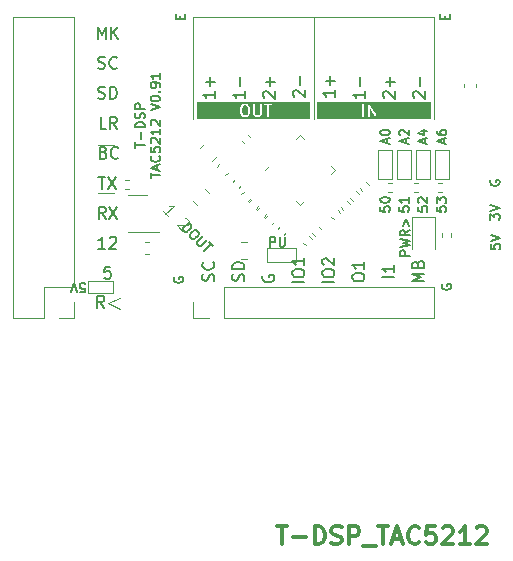
<source format=gto>
G04 #@! TF.GenerationSoftware,KiCad,Pcbnew,9.0.4*
G04 #@! TF.CreationDate,2025-08-20T21:16:51-04:00*
G04 #@! TF.ProjectId,jlcpcb_1x1,6a6c6370-6362-45f3-9178-312e6b696361,rev?*
G04 #@! TF.SameCoordinates,Original*
G04 #@! TF.FileFunction,Legend,Top*
G04 #@! TF.FilePolarity,Positive*
%FSLAX46Y46*%
G04 Gerber Fmt 4.6, Leading zero omitted, Abs format (unit mm)*
G04 Created by KiCad (PCBNEW 9.0.4) date 2025-08-20 21:16:51*
%MOMM*%
%LPD*%
G01*
G04 APERTURE LIST*
%ADD10C,0.300000*%
%ADD11C,0.200000*%
%ADD12C,0.150000*%
%ADD13C,0.100000*%
%ADD14C,0.120000*%
G04 APERTURE END LIST*
D10*
X37191206Y-65638328D02*
X38048349Y-65638328D01*
X37619777Y-67138328D02*
X37619777Y-65638328D01*
X38548348Y-66566900D02*
X39691206Y-66566900D01*
X40405491Y-67138328D02*
X40405491Y-65638328D01*
X40405491Y-65638328D02*
X40762634Y-65638328D01*
X40762634Y-65638328D02*
X40976920Y-65709757D01*
X40976920Y-65709757D02*
X41119777Y-65852614D01*
X41119777Y-65852614D02*
X41191206Y-65995471D01*
X41191206Y-65995471D02*
X41262634Y-66281185D01*
X41262634Y-66281185D02*
X41262634Y-66495471D01*
X41262634Y-66495471D02*
X41191206Y-66781185D01*
X41191206Y-66781185D02*
X41119777Y-66924042D01*
X41119777Y-66924042D02*
X40976920Y-67066900D01*
X40976920Y-67066900D02*
X40762634Y-67138328D01*
X40762634Y-67138328D02*
X40405491Y-67138328D01*
X41834063Y-67066900D02*
X42048349Y-67138328D01*
X42048349Y-67138328D02*
X42405491Y-67138328D01*
X42405491Y-67138328D02*
X42548349Y-67066900D01*
X42548349Y-67066900D02*
X42619777Y-66995471D01*
X42619777Y-66995471D02*
X42691206Y-66852614D01*
X42691206Y-66852614D02*
X42691206Y-66709757D01*
X42691206Y-66709757D02*
X42619777Y-66566900D01*
X42619777Y-66566900D02*
X42548349Y-66495471D01*
X42548349Y-66495471D02*
X42405491Y-66424042D01*
X42405491Y-66424042D02*
X42119777Y-66352614D01*
X42119777Y-66352614D02*
X41976920Y-66281185D01*
X41976920Y-66281185D02*
X41905491Y-66209757D01*
X41905491Y-66209757D02*
X41834063Y-66066900D01*
X41834063Y-66066900D02*
X41834063Y-65924042D01*
X41834063Y-65924042D02*
X41905491Y-65781185D01*
X41905491Y-65781185D02*
X41976920Y-65709757D01*
X41976920Y-65709757D02*
X42119777Y-65638328D01*
X42119777Y-65638328D02*
X42476920Y-65638328D01*
X42476920Y-65638328D02*
X42691206Y-65709757D01*
X43334062Y-67138328D02*
X43334062Y-65638328D01*
X43334062Y-65638328D02*
X43905491Y-65638328D01*
X43905491Y-65638328D02*
X44048348Y-65709757D01*
X44048348Y-65709757D02*
X44119777Y-65781185D01*
X44119777Y-65781185D02*
X44191205Y-65924042D01*
X44191205Y-65924042D02*
X44191205Y-66138328D01*
X44191205Y-66138328D02*
X44119777Y-66281185D01*
X44119777Y-66281185D02*
X44048348Y-66352614D01*
X44048348Y-66352614D02*
X43905491Y-66424042D01*
X43905491Y-66424042D02*
X43334062Y-66424042D01*
X44476920Y-67281185D02*
X45619777Y-67281185D01*
X45762634Y-65638328D02*
X46619777Y-65638328D01*
X46191205Y-67138328D02*
X46191205Y-65638328D01*
X47048348Y-66709757D02*
X47762634Y-66709757D01*
X46905491Y-67138328D02*
X47405491Y-65638328D01*
X47405491Y-65638328D02*
X47905491Y-67138328D01*
X49262633Y-66995471D02*
X49191205Y-67066900D01*
X49191205Y-67066900D02*
X48976919Y-67138328D01*
X48976919Y-67138328D02*
X48834062Y-67138328D01*
X48834062Y-67138328D02*
X48619776Y-67066900D01*
X48619776Y-67066900D02*
X48476919Y-66924042D01*
X48476919Y-66924042D02*
X48405490Y-66781185D01*
X48405490Y-66781185D02*
X48334062Y-66495471D01*
X48334062Y-66495471D02*
X48334062Y-66281185D01*
X48334062Y-66281185D02*
X48405490Y-65995471D01*
X48405490Y-65995471D02*
X48476919Y-65852614D01*
X48476919Y-65852614D02*
X48619776Y-65709757D01*
X48619776Y-65709757D02*
X48834062Y-65638328D01*
X48834062Y-65638328D02*
X48976919Y-65638328D01*
X48976919Y-65638328D02*
X49191205Y-65709757D01*
X49191205Y-65709757D02*
X49262633Y-65781185D01*
X50619776Y-65638328D02*
X49905490Y-65638328D01*
X49905490Y-65638328D02*
X49834062Y-66352614D01*
X49834062Y-66352614D02*
X49905490Y-66281185D01*
X49905490Y-66281185D02*
X50048348Y-66209757D01*
X50048348Y-66209757D02*
X50405490Y-66209757D01*
X50405490Y-66209757D02*
X50548348Y-66281185D01*
X50548348Y-66281185D02*
X50619776Y-66352614D01*
X50619776Y-66352614D02*
X50691205Y-66495471D01*
X50691205Y-66495471D02*
X50691205Y-66852614D01*
X50691205Y-66852614D02*
X50619776Y-66995471D01*
X50619776Y-66995471D02*
X50548348Y-67066900D01*
X50548348Y-67066900D02*
X50405490Y-67138328D01*
X50405490Y-67138328D02*
X50048348Y-67138328D01*
X50048348Y-67138328D02*
X49905490Y-67066900D01*
X49905490Y-67066900D02*
X49834062Y-66995471D01*
X51262633Y-65781185D02*
X51334061Y-65709757D01*
X51334061Y-65709757D02*
X51476919Y-65638328D01*
X51476919Y-65638328D02*
X51834061Y-65638328D01*
X51834061Y-65638328D02*
X51976919Y-65709757D01*
X51976919Y-65709757D02*
X52048347Y-65781185D01*
X52048347Y-65781185D02*
X52119776Y-65924042D01*
X52119776Y-65924042D02*
X52119776Y-66066900D01*
X52119776Y-66066900D02*
X52048347Y-66281185D01*
X52048347Y-66281185D02*
X51191204Y-67138328D01*
X51191204Y-67138328D02*
X52119776Y-67138328D01*
X53548347Y-67138328D02*
X52691204Y-67138328D01*
X53119775Y-67138328D02*
X53119775Y-65638328D01*
X53119775Y-65638328D02*
X52976918Y-65852614D01*
X52976918Y-65852614D02*
X52834061Y-65995471D01*
X52834061Y-65995471D02*
X52691204Y-66066900D01*
X54119775Y-65781185D02*
X54191203Y-65709757D01*
X54191203Y-65709757D02*
X54334061Y-65638328D01*
X54334061Y-65638328D02*
X54691203Y-65638328D01*
X54691203Y-65638328D02*
X54834061Y-65709757D01*
X54834061Y-65709757D02*
X54905489Y-65781185D01*
X54905489Y-65781185D02*
X54976918Y-65924042D01*
X54976918Y-65924042D02*
X54976918Y-66066900D01*
X54976918Y-66066900D02*
X54905489Y-66281185D01*
X54905489Y-66281185D02*
X54048346Y-67138328D01*
X54048346Y-67138328D02*
X54976918Y-67138328D01*
D11*
X25225195Y-33559761D02*
X25225195Y-33102618D01*
X26025195Y-33331190D02*
X25225195Y-33331190D01*
X25720433Y-32835951D02*
X25720433Y-32226428D01*
X26025195Y-31845475D02*
X25225195Y-31845475D01*
X25225195Y-31845475D02*
X25225195Y-31654999D01*
X25225195Y-31654999D02*
X25263290Y-31540713D01*
X25263290Y-31540713D02*
X25339480Y-31464523D01*
X25339480Y-31464523D02*
X25415671Y-31426428D01*
X25415671Y-31426428D02*
X25568052Y-31388332D01*
X25568052Y-31388332D02*
X25682338Y-31388332D01*
X25682338Y-31388332D02*
X25834719Y-31426428D01*
X25834719Y-31426428D02*
X25910909Y-31464523D01*
X25910909Y-31464523D02*
X25987100Y-31540713D01*
X25987100Y-31540713D02*
X26025195Y-31654999D01*
X26025195Y-31654999D02*
X26025195Y-31845475D01*
X25987100Y-31083571D02*
X26025195Y-30969285D01*
X26025195Y-30969285D02*
X26025195Y-30778809D01*
X26025195Y-30778809D02*
X25987100Y-30702618D01*
X25987100Y-30702618D02*
X25949004Y-30664523D01*
X25949004Y-30664523D02*
X25872814Y-30626428D01*
X25872814Y-30626428D02*
X25796623Y-30626428D01*
X25796623Y-30626428D02*
X25720433Y-30664523D01*
X25720433Y-30664523D02*
X25682338Y-30702618D01*
X25682338Y-30702618D02*
X25644242Y-30778809D01*
X25644242Y-30778809D02*
X25606147Y-30931190D01*
X25606147Y-30931190D02*
X25568052Y-31007380D01*
X25568052Y-31007380D02*
X25529957Y-31045475D01*
X25529957Y-31045475D02*
X25453766Y-31083571D01*
X25453766Y-31083571D02*
X25377576Y-31083571D01*
X25377576Y-31083571D02*
X25301385Y-31045475D01*
X25301385Y-31045475D02*
X25263290Y-31007380D01*
X25263290Y-31007380D02*
X25225195Y-30931190D01*
X25225195Y-30931190D02*
X25225195Y-30740713D01*
X25225195Y-30740713D02*
X25263290Y-30626428D01*
X26025195Y-30283570D02*
X25225195Y-30283570D01*
X25225195Y-30283570D02*
X25225195Y-29978808D01*
X25225195Y-29978808D02*
X25263290Y-29902618D01*
X25263290Y-29902618D02*
X25301385Y-29864523D01*
X25301385Y-29864523D02*
X25377576Y-29826427D01*
X25377576Y-29826427D02*
X25491861Y-29826427D01*
X25491861Y-29826427D02*
X25568052Y-29864523D01*
X25568052Y-29864523D02*
X25606147Y-29902618D01*
X25606147Y-29902618D02*
X25644242Y-29978808D01*
X25644242Y-29978808D02*
X25644242Y-30283570D01*
X26513150Y-36131190D02*
X26513150Y-35674047D01*
X27313150Y-35902619D02*
X26513150Y-35902619D01*
X27084578Y-35445476D02*
X27084578Y-35064523D01*
X27313150Y-35521666D02*
X26513150Y-35254999D01*
X26513150Y-35254999D02*
X27313150Y-34988333D01*
X27236959Y-34264523D02*
X27275055Y-34302619D01*
X27275055Y-34302619D02*
X27313150Y-34416904D01*
X27313150Y-34416904D02*
X27313150Y-34493095D01*
X27313150Y-34493095D02*
X27275055Y-34607381D01*
X27275055Y-34607381D02*
X27198864Y-34683571D01*
X27198864Y-34683571D02*
X27122674Y-34721666D01*
X27122674Y-34721666D02*
X26970293Y-34759762D01*
X26970293Y-34759762D02*
X26856007Y-34759762D01*
X26856007Y-34759762D02*
X26703626Y-34721666D01*
X26703626Y-34721666D02*
X26627435Y-34683571D01*
X26627435Y-34683571D02*
X26551245Y-34607381D01*
X26551245Y-34607381D02*
X26513150Y-34493095D01*
X26513150Y-34493095D02*
X26513150Y-34416904D01*
X26513150Y-34416904D02*
X26551245Y-34302619D01*
X26551245Y-34302619D02*
X26589340Y-34264523D01*
X26513150Y-33540714D02*
X26513150Y-33921666D01*
X26513150Y-33921666D02*
X26894102Y-33959762D01*
X26894102Y-33959762D02*
X26856007Y-33921666D01*
X26856007Y-33921666D02*
X26817912Y-33845476D01*
X26817912Y-33845476D02*
X26817912Y-33655000D01*
X26817912Y-33655000D02*
X26856007Y-33578809D01*
X26856007Y-33578809D02*
X26894102Y-33540714D01*
X26894102Y-33540714D02*
X26970293Y-33502619D01*
X26970293Y-33502619D02*
X27160769Y-33502619D01*
X27160769Y-33502619D02*
X27236959Y-33540714D01*
X27236959Y-33540714D02*
X27275055Y-33578809D01*
X27275055Y-33578809D02*
X27313150Y-33655000D01*
X27313150Y-33655000D02*
X27313150Y-33845476D01*
X27313150Y-33845476D02*
X27275055Y-33921666D01*
X27275055Y-33921666D02*
X27236959Y-33959762D01*
X26589340Y-33197857D02*
X26551245Y-33159761D01*
X26551245Y-33159761D02*
X26513150Y-33083571D01*
X26513150Y-33083571D02*
X26513150Y-32893095D01*
X26513150Y-32893095D02*
X26551245Y-32816904D01*
X26551245Y-32816904D02*
X26589340Y-32778809D01*
X26589340Y-32778809D02*
X26665531Y-32740714D01*
X26665531Y-32740714D02*
X26741721Y-32740714D01*
X26741721Y-32740714D02*
X26856007Y-32778809D01*
X26856007Y-32778809D02*
X27313150Y-33235952D01*
X27313150Y-33235952D02*
X27313150Y-32740714D01*
X27313150Y-31978809D02*
X27313150Y-32435952D01*
X27313150Y-32207380D02*
X26513150Y-32207380D01*
X26513150Y-32207380D02*
X26627435Y-32283571D01*
X26627435Y-32283571D02*
X26703626Y-32359761D01*
X26703626Y-32359761D02*
X26741721Y-32435952D01*
X26589340Y-31674047D02*
X26551245Y-31635951D01*
X26551245Y-31635951D02*
X26513150Y-31559761D01*
X26513150Y-31559761D02*
X26513150Y-31369285D01*
X26513150Y-31369285D02*
X26551245Y-31293094D01*
X26551245Y-31293094D02*
X26589340Y-31254999D01*
X26589340Y-31254999D02*
X26665531Y-31216904D01*
X26665531Y-31216904D02*
X26741721Y-31216904D01*
X26741721Y-31216904D02*
X26856007Y-31254999D01*
X26856007Y-31254999D02*
X27313150Y-31712142D01*
X27313150Y-31712142D02*
X27313150Y-31216904D01*
X26513150Y-30378808D02*
X27313150Y-30112141D01*
X27313150Y-30112141D02*
X26513150Y-29845475D01*
X26513150Y-29426427D02*
X26513150Y-29350237D01*
X26513150Y-29350237D02*
X26551245Y-29274046D01*
X26551245Y-29274046D02*
X26589340Y-29235951D01*
X26589340Y-29235951D02*
X26665531Y-29197856D01*
X26665531Y-29197856D02*
X26817912Y-29159761D01*
X26817912Y-29159761D02*
X27008388Y-29159761D01*
X27008388Y-29159761D02*
X27160769Y-29197856D01*
X27160769Y-29197856D02*
X27236959Y-29235951D01*
X27236959Y-29235951D02*
X27275055Y-29274046D01*
X27275055Y-29274046D02*
X27313150Y-29350237D01*
X27313150Y-29350237D02*
X27313150Y-29426427D01*
X27313150Y-29426427D02*
X27275055Y-29502618D01*
X27275055Y-29502618D02*
X27236959Y-29540713D01*
X27236959Y-29540713D02*
X27160769Y-29578808D01*
X27160769Y-29578808D02*
X27008388Y-29616904D01*
X27008388Y-29616904D02*
X26817912Y-29616904D01*
X26817912Y-29616904D02*
X26665531Y-29578808D01*
X26665531Y-29578808D02*
X26589340Y-29540713D01*
X26589340Y-29540713D02*
X26551245Y-29502618D01*
X26551245Y-29502618D02*
X26513150Y-29426427D01*
X27236959Y-28816903D02*
X27275055Y-28778808D01*
X27275055Y-28778808D02*
X27313150Y-28816903D01*
X27313150Y-28816903D02*
X27275055Y-28854999D01*
X27275055Y-28854999D02*
X27236959Y-28816903D01*
X27236959Y-28816903D02*
X27313150Y-28816903D01*
X27313150Y-28397856D02*
X27313150Y-28245475D01*
X27313150Y-28245475D02*
X27275055Y-28169285D01*
X27275055Y-28169285D02*
X27236959Y-28131189D01*
X27236959Y-28131189D02*
X27122674Y-28054999D01*
X27122674Y-28054999D02*
X26970293Y-28016904D01*
X26970293Y-28016904D02*
X26665531Y-28016904D01*
X26665531Y-28016904D02*
X26589340Y-28054999D01*
X26589340Y-28054999D02*
X26551245Y-28093094D01*
X26551245Y-28093094D02*
X26513150Y-28169285D01*
X26513150Y-28169285D02*
X26513150Y-28321666D01*
X26513150Y-28321666D02*
X26551245Y-28397856D01*
X26551245Y-28397856D02*
X26589340Y-28435951D01*
X26589340Y-28435951D02*
X26665531Y-28474047D01*
X26665531Y-28474047D02*
X26856007Y-28474047D01*
X26856007Y-28474047D02*
X26932197Y-28435951D01*
X26932197Y-28435951D02*
X26970293Y-28397856D01*
X26970293Y-28397856D02*
X27008388Y-28321666D01*
X27008388Y-28321666D02*
X27008388Y-28169285D01*
X27008388Y-28169285D02*
X26970293Y-28093094D01*
X26970293Y-28093094D02*
X26932197Y-28054999D01*
X26932197Y-28054999D02*
X26856007Y-28016904D01*
X27313150Y-27254999D02*
X27313150Y-27712142D01*
X27313150Y-27483570D02*
X26513150Y-27483570D01*
X26513150Y-27483570D02*
X26627435Y-27559761D01*
X26627435Y-27559761D02*
X26703626Y-27635951D01*
X26703626Y-27635951D02*
X26741721Y-27712142D01*
D12*
X51440747Y-22665839D02*
X51440747Y-22399173D01*
X51859795Y-22284887D02*
X51859795Y-22665839D01*
X51859795Y-22665839D02*
X51059795Y-22665839D01*
X51059795Y-22665839D02*
X51059795Y-22284887D01*
X36636660Y-41949295D02*
X36636660Y-41149295D01*
X36636660Y-41149295D02*
X36941422Y-41149295D01*
X36941422Y-41149295D02*
X37017612Y-41187390D01*
X37017612Y-41187390D02*
X37055707Y-41225485D01*
X37055707Y-41225485D02*
X37093803Y-41301676D01*
X37093803Y-41301676D02*
X37093803Y-41415961D01*
X37093803Y-41415961D02*
X37055707Y-41492152D01*
X37055707Y-41492152D02*
X37017612Y-41530247D01*
X37017612Y-41530247D02*
X36941422Y-41568342D01*
X36941422Y-41568342D02*
X36636660Y-41568342D01*
X37436660Y-41149295D02*
X37436660Y-41796914D01*
X37436660Y-41796914D02*
X37474755Y-41873104D01*
X37474755Y-41873104D02*
X37512850Y-41911200D01*
X37512850Y-41911200D02*
X37589041Y-41949295D01*
X37589041Y-41949295D02*
X37741422Y-41949295D01*
X37741422Y-41949295D02*
X37817612Y-41911200D01*
X37817612Y-41911200D02*
X37855707Y-41873104D01*
X37855707Y-41873104D02*
X37893803Y-41796914D01*
X37893803Y-41796914D02*
X37893803Y-41149295D01*
X51197890Y-45146792D02*
X51159795Y-45222982D01*
X51159795Y-45222982D02*
X51159795Y-45337268D01*
X51159795Y-45337268D02*
X51197890Y-45451554D01*
X51197890Y-45451554D02*
X51274080Y-45527744D01*
X51274080Y-45527744D02*
X51350271Y-45565839D01*
X51350271Y-45565839D02*
X51502652Y-45603935D01*
X51502652Y-45603935D02*
X51616938Y-45603935D01*
X51616938Y-45603935D02*
X51769319Y-45565839D01*
X51769319Y-45565839D02*
X51845509Y-45527744D01*
X51845509Y-45527744D02*
X51921700Y-45451554D01*
X51921700Y-45451554D02*
X51959795Y-45337268D01*
X51959795Y-45337268D02*
X51959795Y-45261077D01*
X51959795Y-45261077D02*
X51921700Y-45146792D01*
X51921700Y-45146792D02*
X51883604Y-45108696D01*
X51883604Y-45108696D02*
X51616938Y-45108696D01*
X51616938Y-45108696D02*
X51616938Y-45261077D01*
X47559795Y-38552619D02*
X47559795Y-38933571D01*
X47559795Y-38933571D02*
X47940747Y-38971667D01*
X47940747Y-38971667D02*
X47902652Y-38933571D01*
X47902652Y-38933571D02*
X47864557Y-38857381D01*
X47864557Y-38857381D02*
X47864557Y-38666905D01*
X47864557Y-38666905D02*
X47902652Y-38590714D01*
X47902652Y-38590714D02*
X47940747Y-38552619D01*
X47940747Y-38552619D02*
X48016938Y-38514524D01*
X48016938Y-38514524D02*
X48207414Y-38514524D01*
X48207414Y-38514524D02*
X48283604Y-38552619D01*
X48283604Y-38552619D02*
X48321700Y-38590714D01*
X48321700Y-38590714D02*
X48359795Y-38666905D01*
X48359795Y-38666905D02*
X48359795Y-38857381D01*
X48359795Y-38857381D02*
X48321700Y-38933571D01*
X48321700Y-38933571D02*
X48283604Y-38971667D01*
X48359795Y-37752619D02*
X48359795Y-38209762D01*
X48359795Y-37981190D02*
X47559795Y-37981190D01*
X47559795Y-37981190D02*
X47674080Y-38057381D01*
X47674080Y-38057381D02*
X47750271Y-38133571D01*
X47750271Y-38133571D02*
X47788366Y-38209762D01*
X48131223Y-33181189D02*
X48131223Y-32800236D01*
X48359795Y-33257379D02*
X47559795Y-32990712D01*
X47559795Y-32990712D02*
X48359795Y-32724046D01*
X47635985Y-32495475D02*
X47597890Y-32457379D01*
X47597890Y-32457379D02*
X47559795Y-32381189D01*
X47559795Y-32381189D02*
X47559795Y-32190713D01*
X47559795Y-32190713D02*
X47597890Y-32114522D01*
X47597890Y-32114522D02*
X47635985Y-32076427D01*
X47635985Y-32076427D02*
X47712176Y-32038332D01*
X47712176Y-32038332D02*
X47788366Y-32038332D01*
X47788366Y-32038332D02*
X47902652Y-32076427D01*
X47902652Y-32076427D02*
X48359795Y-32533570D01*
X48359795Y-32533570D02*
X48359795Y-32038332D01*
X50759795Y-38552619D02*
X50759795Y-38933571D01*
X50759795Y-38933571D02*
X51140747Y-38971667D01*
X51140747Y-38971667D02*
X51102652Y-38933571D01*
X51102652Y-38933571D02*
X51064557Y-38857381D01*
X51064557Y-38857381D02*
X51064557Y-38666905D01*
X51064557Y-38666905D02*
X51102652Y-38590714D01*
X51102652Y-38590714D02*
X51140747Y-38552619D01*
X51140747Y-38552619D02*
X51216938Y-38514524D01*
X51216938Y-38514524D02*
X51407414Y-38514524D01*
X51407414Y-38514524D02*
X51483604Y-38552619D01*
X51483604Y-38552619D02*
X51521700Y-38590714D01*
X51521700Y-38590714D02*
X51559795Y-38666905D01*
X51559795Y-38666905D02*
X51559795Y-38857381D01*
X51559795Y-38857381D02*
X51521700Y-38933571D01*
X51521700Y-38933571D02*
X51483604Y-38971667D01*
X50759795Y-38247857D02*
X50759795Y-37752619D01*
X50759795Y-37752619D02*
X51064557Y-38019285D01*
X51064557Y-38019285D02*
X51064557Y-37905000D01*
X51064557Y-37905000D02*
X51102652Y-37828809D01*
X51102652Y-37828809D02*
X51140747Y-37790714D01*
X51140747Y-37790714D02*
X51216938Y-37752619D01*
X51216938Y-37752619D02*
X51407414Y-37752619D01*
X51407414Y-37752619D02*
X51483604Y-37790714D01*
X51483604Y-37790714D02*
X51521700Y-37828809D01*
X51521700Y-37828809D02*
X51559795Y-37905000D01*
X51559795Y-37905000D02*
X51559795Y-38133571D01*
X51559795Y-38133571D02*
X51521700Y-38209762D01*
X51521700Y-38209762D02*
X51483604Y-38247857D01*
X51331223Y-33181189D02*
X51331223Y-32800236D01*
X51559795Y-33257379D02*
X50759795Y-32990712D01*
X50759795Y-32990712D02*
X51559795Y-32724046D01*
X50759795Y-32114522D02*
X50759795Y-32266903D01*
X50759795Y-32266903D02*
X50797890Y-32343094D01*
X50797890Y-32343094D02*
X50835985Y-32381189D01*
X50835985Y-32381189D02*
X50950271Y-32457379D01*
X50950271Y-32457379D02*
X51102652Y-32495475D01*
X51102652Y-32495475D02*
X51407414Y-32495475D01*
X51407414Y-32495475D02*
X51483604Y-32457379D01*
X51483604Y-32457379D02*
X51521700Y-32419284D01*
X51521700Y-32419284D02*
X51559795Y-32343094D01*
X51559795Y-32343094D02*
X51559795Y-32190713D01*
X51559795Y-32190713D02*
X51521700Y-32114522D01*
X51521700Y-32114522D02*
X51483604Y-32076427D01*
X51483604Y-32076427D02*
X51407414Y-32038332D01*
X51407414Y-32038332D02*
X51216938Y-32038332D01*
X51216938Y-32038332D02*
X51140747Y-32076427D01*
X51140747Y-32076427D02*
X51102652Y-32114522D01*
X51102652Y-32114522D02*
X51064557Y-32190713D01*
X51064557Y-32190713D02*
X51064557Y-32343094D01*
X51064557Y-32343094D02*
X51102652Y-32419284D01*
X51102652Y-32419284D02*
X51140747Y-32457379D01*
X51140747Y-32457379D02*
X51216938Y-32495475D01*
X48441795Y-42715839D02*
X47641795Y-42715839D01*
X47641795Y-42715839D02*
X47641795Y-42411077D01*
X47641795Y-42411077D02*
X47679890Y-42334887D01*
X47679890Y-42334887D02*
X47717985Y-42296792D01*
X47717985Y-42296792D02*
X47794176Y-42258696D01*
X47794176Y-42258696D02*
X47908461Y-42258696D01*
X47908461Y-42258696D02*
X47984652Y-42296792D01*
X47984652Y-42296792D02*
X48022747Y-42334887D01*
X48022747Y-42334887D02*
X48060842Y-42411077D01*
X48060842Y-42411077D02*
X48060842Y-42715839D01*
X47641795Y-41992030D02*
X48441795Y-41801554D01*
X48441795Y-41801554D02*
X47870366Y-41649173D01*
X47870366Y-41649173D02*
X48441795Y-41496792D01*
X48441795Y-41496792D02*
X47641795Y-41306316D01*
X48441795Y-40544410D02*
X48060842Y-40811077D01*
X48441795Y-41001553D02*
X47641795Y-41001553D01*
X47641795Y-41001553D02*
X47641795Y-40696791D01*
X47641795Y-40696791D02*
X47679890Y-40620601D01*
X47679890Y-40620601D02*
X47717985Y-40582506D01*
X47717985Y-40582506D02*
X47794176Y-40544410D01*
X47794176Y-40544410D02*
X47908461Y-40544410D01*
X47908461Y-40544410D02*
X47984652Y-40582506D01*
X47984652Y-40582506D02*
X48022747Y-40620601D01*
X48022747Y-40620601D02*
X48060842Y-40696791D01*
X48060842Y-40696791D02*
X48060842Y-41001553D01*
X47908461Y-40201553D02*
X48137033Y-39592030D01*
X48137033Y-39592030D02*
X48365604Y-40201553D01*
X22774523Y-31959819D02*
X22298333Y-31959819D01*
X22298333Y-31959819D02*
X22298333Y-30959819D01*
X23679285Y-31959819D02*
X23345952Y-31483628D01*
X23107857Y-31959819D02*
X23107857Y-30959819D01*
X23107857Y-30959819D02*
X23488809Y-30959819D01*
X23488809Y-30959819D02*
X23584047Y-31007438D01*
X23584047Y-31007438D02*
X23631666Y-31055057D01*
X23631666Y-31055057D02*
X23679285Y-31150295D01*
X23679285Y-31150295D02*
X23679285Y-31293152D01*
X23679285Y-31293152D02*
X23631666Y-31388390D01*
X23631666Y-31388390D02*
X23584047Y-31436009D01*
X23584047Y-31436009D02*
X23488809Y-31483628D01*
X23488809Y-31483628D02*
X23107857Y-31483628D01*
X46300057Y-29359761D02*
X46252438Y-29312142D01*
X46252438Y-29312142D02*
X46204819Y-29216904D01*
X46204819Y-29216904D02*
X46204819Y-28978809D01*
X46204819Y-28978809D02*
X46252438Y-28883571D01*
X46252438Y-28883571D02*
X46300057Y-28835952D01*
X46300057Y-28835952D02*
X46395295Y-28788333D01*
X46395295Y-28788333D02*
X46490533Y-28788333D01*
X46490533Y-28788333D02*
X46633390Y-28835952D01*
X46633390Y-28835952D02*
X47204819Y-29407380D01*
X47204819Y-29407380D02*
X47204819Y-28788333D01*
X46823866Y-28359761D02*
X46823866Y-27597857D01*
X47204819Y-27978809D02*
X46442914Y-27978809D01*
X22589523Y-47114819D02*
X22256190Y-46638628D01*
X22018095Y-47114819D02*
X22018095Y-46114819D01*
X22018095Y-46114819D02*
X22399047Y-46114819D01*
X22399047Y-46114819D02*
X22494285Y-46162438D01*
X22494285Y-46162438D02*
X22541904Y-46210057D01*
X22541904Y-46210057D02*
X22589523Y-46305295D01*
X22589523Y-46305295D02*
X22589523Y-46448152D01*
X22589523Y-46448152D02*
X22541904Y-46543390D01*
X22541904Y-46543390D02*
X22494285Y-46591009D01*
X22494285Y-46591009D02*
X22399047Y-46638628D01*
X22399047Y-46638628D02*
X22018095Y-46638628D01*
G36*
X45739920Y-31100747D02*
G01*
X44320080Y-31100747D01*
X44320080Y-29914819D01*
X44431191Y-29914819D01*
X44431191Y-30914819D01*
X44432632Y-30929451D01*
X44443831Y-30956487D01*
X44464523Y-30977179D01*
X44491559Y-30988378D01*
X44520823Y-30988378D01*
X44547859Y-30977179D01*
X44568551Y-30956487D01*
X44579750Y-30929451D01*
X44581191Y-30914819D01*
X44581191Y-29914819D01*
X44907381Y-29914819D01*
X44907381Y-30914819D01*
X44908822Y-30929451D01*
X44920021Y-30956487D01*
X44940713Y-30977179D01*
X44967749Y-30988378D01*
X44997013Y-30988378D01*
X45024049Y-30977179D01*
X45044741Y-30956487D01*
X45055940Y-30929451D01*
X45057381Y-30914819D01*
X45057381Y-30197235D01*
X45488691Y-30952030D01*
X45490880Y-30955114D01*
X45491449Y-30956487D01*
X45492846Y-30957884D01*
X45497201Y-30964019D01*
X45505089Y-30970127D01*
X45512141Y-30977179D01*
X45516559Y-30979009D01*
X45520339Y-30981936D01*
X45529960Y-30984560D01*
X45539177Y-30988378D01*
X45543958Y-30988378D01*
X45548570Y-30989636D01*
X45558467Y-30988378D01*
X45568441Y-30988378D01*
X45572856Y-30986548D01*
X45577600Y-30985946D01*
X45586264Y-30980995D01*
X45595477Y-30977179D01*
X45598855Y-30973800D01*
X45603009Y-30971427D01*
X45609118Y-30963537D01*
X45616169Y-30956487D01*
X45617998Y-30952070D01*
X45620926Y-30948290D01*
X45623550Y-30938666D01*
X45627368Y-30929451D01*
X45628104Y-30921968D01*
X45628626Y-30920058D01*
X45628438Y-30918582D01*
X45628809Y-30914819D01*
X45628809Y-29914819D01*
X45627368Y-29900187D01*
X45616169Y-29873151D01*
X45595477Y-29852459D01*
X45568441Y-29841260D01*
X45539177Y-29841260D01*
X45512141Y-29852459D01*
X45491449Y-29873151D01*
X45480250Y-29900187D01*
X45478809Y-29914819D01*
X45478809Y-30632402D01*
X45047499Y-29877609D01*
X45045310Y-29874525D01*
X45044741Y-29873151D01*
X45043341Y-29871751D01*
X45038989Y-29865619D01*
X45031099Y-29859509D01*
X45024049Y-29852459D01*
X45019632Y-29850629D01*
X45015852Y-29847702D01*
X45006228Y-29845077D01*
X44997013Y-29841260D01*
X44992232Y-29841260D01*
X44987620Y-29840002D01*
X44977723Y-29841260D01*
X44967749Y-29841260D01*
X44963333Y-29843089D01*
X44958590Y-29843692D01*
X44949925Y-29848642D01*
X44940713Y-29852459D01*
X44937334Y-29855837D01*
X44933181Y-29858211D01*
X44927071Y-29866100D01*
X44920021Y-29873151D01*
X44918191Y-29877567D01*
X44915264Y-29881348D01*
X44912639Y-29890971D01*
X44908822Y-29900187D01*
X44908085Y-29907669D01*
X44907564Y-29909580D01*
X44907751Y-29911055D01*
X44907381Y-29914819D01*
X44581191Y-29914819D01*
X44579750Y-29900187D01*
X44568551Y-29873151D01*
X44547859Y-29852459D01*
X44520823Y-29841260D01*
X44491559Y-29841260D01*
X44464523Y-29852459D01*
X44443831Y-29873151D01*
X44432632Y-29900187D01*
X44431191Y-29914819D01*
X44320080Y-29914819D01*
X44320080Y-29728891D01*
X45739920Y-29728891D01*
X45739920Y-31100747D01*
G37*
X34504819Y-28788333D02*
X34504819Y-29359761D01*
X34504819Y-29074047D02*
X33504819Y-29074047D01*
X33504819Y-29074047D02*
X33647676Y-29169285D01*
X33647676Y-29169285D02*
X33742914Y-29264523D01*
X33742914Y-29264523D02*
X33790533Y-29359761D01*
X34123866Y-28359761D02*
X34123866Y-27597857D01*
X43604819Y-44626428D02*
X43604819Y-44435952D01*
X43604819Y-44435952D02*
X43652438Y-44340714D01*
X43652438Y-44340714D02*
X43747676Y-44245476D01*
X43747676Y-44245476D02*
X43938152Y-44197857D01*
X43938152Y-44197857D02*
X44271485Y-44197857D01*
X44271485Y-44197857D02*
X44461961Y-44245476D01*
X44461961Y-44245476D02*
X44557200Y-44340714D01*
X44557200Y-44340714D02*
X44604819Y-44435952D01*
X44604819Y-44435952D02*
X44604819Y-44626428D01*
X44604819Y-44626428D02*
X44557200Y-44721666D01*
X44557200Y-44721666D02*
X44461961Y-44816904D01*
X44461961Y-44816904D02*
X44271485Y-44864523D01*
X44271485Y-44864523D02*
X43938152Y-44864523D01*
X43938152Y-44864523D02*
X43747676Y-44816904D01*
X43747676Y-44816904D02*
X43652438Y-44721666D01*
X43652438Y-44721666D02*
X43604819Y-44626428D01*
X44604819Y-43245476D02*
X44604819Y-43816904D01*
X44604819Y-43531190D02*
X43604819Y-43531190D01*
X43604819Y-43531190D02*
X43747676Y-43626428D01*
X43747676Y-43626428D02*
X43842914Y-43721666D01*
X43842914Y-43721666D02*
X43890533Y-43816904D01*
X36032438Y-44393095D02*
X35984819Y-44488333D01*
X35984819Y-44488333D02*
X35984819Y-44631190D01*
X35984819Y-44631190D02*
X36032438Y-44774047D01*
X36032438Y-44774047D02*
X36127676Y-44869285D01*
X36127676Y-44869285D02*
X36222914Y-44916904D01*
X36222914Y-44916904D02*
X36413390Y-44964523D01*
X36413390Y-44964523D02*
X36556247Y-44964523D01*
X36556247Y-44964523D02*
X36746723Y-44916904D01*
X36746723Y-44916904D02*
X36841961Y-44869285D01*
X36841961Y-44869285D02*
X36937200Y-44774047D01*
X36937200Y-44774047D02*
X36984819Y-44631190D01*
X36984819Y-44631190D02*
X36984819Y-44535952D01*
X36984819Y-44535952D02*
X36937200Y-44393095D01*
X36937200Y-44393095D02*
X36889580Y-44345476D01*
X36889580Y-44345476D02*
X36556247Y-44345476D01*
X36556247Y-44345476D02*
X36556247Y-44535952D01*
X42064819Y-44959999D02*
X41064819Y-44959999D01*
X41064819Y-44293333D02*
X41064819Y-44102857D01*
X41064819Y-44102857D02*
X41112438Y-44007619D01*
X41112438Y-44007619D02*
X41207676Y-43912381D01*
X41207676Y-43912381D02*
X41398152Y-43864762D01*
X41398152Y-43864762D02*
X41731485Y-43864762D01*
X41731485Y-43864762D02*
X41921961Y-43912381D01*
X41921961Y-43912381D02*
X42017200Y-44007619D01*
X42017200Y-44007619D02*
X42064819Y-44102857D01*
X42064819Y-44102857D02*
X42064819Y-44293333D01*
X42064819Y-44293333D02*
X42017200Y-44388571D01*
X42017200Y-44388571D02*
X41921961Y-44483809D01*
X41921961Y-44483809D02*
X41731485Y-44531428D01*
X41731485Y-44531428D02*
X41398152Y-44531428D01*
X41398152Y-44531428D02*
X41207676Y-44483809D01*
X41207676Y-44483809D02*
X41112438Y-44388571D01*
X41112438Y-44388571D02*
X41064819Y-44293333D01*
X41160057Y-43483809D02*
X41112438Y-43436190D01*
X41112438Y-43436190D02*
X41064819Y-43340952D01*
X41064819Y-43340952D02*
X41064819Y-43102857D01*
X41064819Y-43102857D02*
X41112438Y-43007619D01*
X41112438Y-43007619D02*
X41160057Y-42960000D01*
X41160057Y-42960000D02*
X41255295Y-42912381D01*
X41255295Y-42912381D02*
X41350533Y-42912381D01*
X41350533Y-42912381D02*
X41493390Y-42960000D01*
X41493390Y-42960000D02*
X42064819Y-43531428D01*
X42064819Y-43531428D02*
X42064819Y-42912381D01*
X48840057Y-29359761D02*
X48792438Y-29312142D01*
X48792438Y-29312142D02*
X48744819Y-29216904D01*
X48744819Y-29216904D02*
X48744819Y-28978809D01*
X48744819Y-28978809D02*
X48792438Y-28883571D01*
X48792438Y-28883571D02*
X48840057Y-28835952D01*
X48840057Y-28835952D02*
X48935295Y-28788333D01*
X48935295Y-28788333D02*
X49030533Y-28788333D01*
X49030533Y-28788333D02*
X49173390Y-28835952D01*
X49173390Y-28835952D02*
X49744819Y-29407380D01*
X49744819Y-29407380D02*
X49744819Y-28788333D01*
X49363866Y-28359761D02*
X49363866Y-27597857D01*
X22036667Y-24339819D02*
X22036667Y-23339819D01*
X22036667Y-23339819D02*
X22370000Y-24054104D01*
X22370000Y-24054104D02*
X22703333Y-23339819D01*
X22703333Y-23339819D02*
X22703333Y-24339819D01*
X23179524Y-24339819D02*
X23179524Y-23339819D01*
X23750952Y-24339819D02*
X23322381Y-23768390D01*
X23750952Y-23339819D02*
X23179524Y-23911247D01*
X55282295Y-39669523D02*
X55282295Y-39174285D01*
X55282295Y-39174285D02*
X55587057Y-39440951D01*
X55587057Y-39440951D02*
X55587057Y-39326666D01*
X55587057Y-39326666D02*
X55625152Y-39250475D01*
X55625152Y-39250475D02*
X55663247Y-39212380D01*
X55663247Y-39212380D02*
X55739438Y-39174285D01*
X55739438Y-39174285D02*
X55929914Y-39174285D01*
X55929914Y-39174285D02*
X56006104Y-39212380D01*
X56006104Y-39212380D02*
X56044200Y-39250475D01*
X56044200Y-39250475D02*
X56082295Y-39326666D01*
X56082295Y-39326666D02*
X56082295Y-39555237D01*
X56082295Y-39555237D02*
X56044200Y-39631428D01*
X56044200Y-39631428D02*
X56006104Y-39669523D01*
X55282295Y-38945713D02*
X56082295Y-38679046D01*
X56082295Y-38679046D02*
X55282295Y-38412380D01*
X22108095Y-36039819D02*
X22679523Y-36039819D01*
X22393809Y-37039819D02*
X22393809Y-36039819D01*
X22917619Y-36039819D02*
X23584285Y-37039819D01*
X23584285Y-36039819D02*
X22917619Y-37039819D01*
X31964819Y-28788333D02*
X31964819Y-29359761D01*
X31964819Y-29074047D02*
X30964819Y-29074047D01*
X30964819Y-29074047D02*
X31107676Y-29169285D01*
X31107676Y-29169285D02*
X31202914Y-29264523D01*
X31202914Y-29264523D02*
X31250533Y-29359761D01*
X31583866Y-28359761D02*
X31583866Y-27597857D01*
X31964819Y-27978809D02*
X31202914Y-27978809D01*
X23108095Y-43659819D02*
X22631905Y-43659819D01*
X22631905Y-43659819D02*
X22584286Y-44136009D01*
X22584286Y-44136009D02*
X22631905Y-44088390D01*
X22631905Y-44088390D02*
X22727143Y-44040771D01*
X22727143Y-44040771D02*
X22965238Y-44040771D01*
X22965238Y-44040771D02*
X23060476Y-44088390D01*
X23060476Y-44088390D02*
X23108095Y-44136009D01*
X23108095Y-44136009D02*
X23155714Y-44231247D01*
X23155714Y-44231247D02*
X23155714Y-44469342D01*
X23155714Y-44469342D02*
X23108095Y-44564580D01*
X23108095Y-44564580D02*
X23060476Y-44612200D01*
X23060476Y-44612200D02*
X22965238Y-44659819D01*
X22965238Y-44659819D02*
X22727143Y-44659819D01*
X22727143Y-44659819D02*
X22631905Y-44612200D01*
X22631905Y-44612200D02*
X22584286Y-44564580D01*
X36140057Y-29359761D02*
X36092438Y-29312142D01*
X36092438Y-29312142D02*
X36044819Y-29216904D01*
X36044819Y-29216904D02*
X36044819Y-28978809D01*
X36044819Y-28978809D02*
X36092438Y-28883571D01*
X36092438Y-28883571D02*
X36140057Y-28835952D01*
X36140057Y-28835952D02*
X36235295Y-28788333D01*
X36235295Y-28788333D02*
X36330533Y-28788333D01*
X36330533Y-28788333D02*
X36473390Y-28835952D01*
X36473390Y-28835952D02*
X37044819Y-29407380D01*
X37044819Y-29407380D02*
X37044819Y-28788333D01*
X36663866Y-28359761D02*
X36663866Y-27597857D01*
X37044819Y-27978809D02*
X36282914Y-27978809D01*
X55305390Y-36325476D02*
X55267295Y-36401666D01*
X55267295Y-36401666D02*
X55267295Y-36515952D01*
X55267295Y-36515952D02*
X55305390Y-36630238D01*
X55305390Y-36630238D02*
X55381580Y-36706428D01*
X55381580Y-36706428D02*
X55457771Y-36744523D01*
X55457771Y-36744523D02*
X55610152Y-36782619D01*
X55610152Y-36782619D02*
X55724438Y-36782619D01*
X55724438Y-36782619D02*
X55876819Y-36744523D01*
X55876819Y-36744523D02*
X55953009Y-36706428D01*
X55953009Y-36706428D02*
X56029200Y-36630238D01*
X56029200Y-36630238D02*
X56067295Y-36515952D01*
X56067295Y-36515952D02*
X56067295Y-36439761D01*
X56067295Y-36439761D02*
X56029200Y-36325476D01*
X56029200Y-36325476D02*
X55991104Y-36287380D01*
X55991104Y-36287380D02*
X55724438Y-36287380D01*
X55724438Y-36287380D02*
X55724438Y-36439761D01*
X22084286Y-29372200D02*
X22227143Y-29419819D01*
X22227143Y-29419819D02*
X22465238Y-29419819D01*
X22465238Y-29419819D02*
X22560476Y-29372200D01*
X22560476Y-29372200D02*
X22608095Y-29324580D01*
X22608095Y-29324580D02*
X22655714Y-29229342D01*
X22655714Y-29229342D02*
X22655714Y-29134104D01*
X22655714Y-29134104D02*
X22608095Y-29038866D01*
X22608095Y-29038866D02*
X22560476Y-28991247D01*
X22560476Y-28991247D02*
X22465238Y-28943628D01*
X22465238Y-28943628D02*
X22274762Y-28896009D01*
X22274762Y-28896009D02*
X22179524Y-28848390D01*
X22179524Y-28848390D02*
X22131905Y-28800771D01*
X22131905Y-28800771D02*
X22084286Y-28705533D01*
X22084286Y-28705533D02*
X22084286Y-28610295D01*
X22084286Y-28610295D02*
X22131905Y-28515057D01*
X22131905Y-28515057D02*
X22179524Y-28467438D01*
X22179524Y-28467438D02*
X22274762Y-28419819D01*
X22274762Y-28419819D02*
X22512857Y-28419819D01*
X22512857Y-28419819D02*
X22655714Y-28467438D01*
X23084286Y-29419819D02*
X23084286Y-28419819D01*
X23084286Y-28419819D02*
X23322381Y-28419819D01*
X23322381Y-28419819D02*
X23465238Y-28467438D01*
X23465238Y-28467438D02*
X23560476Y-28562676D01*
X23560476Y-28562676D02*
X23608095Y-28657914D01*
X23608095Y-28657914D02*
X23655714Y-28848390D01*
X23655714Y-28848390D02*
X23655714Y-28991247D01*
X23655714Y-28991247D02*
X23608095Y-29181723D01*
X23608095Y-29181723D02*
X23560476Y-29276961D01*
X23560476Y-29276961D02*
X23465238Y-29372200D01*
X23465238Y-29372200D02*
X23322381Y-29419819D01*
X23322381Y-29419819D02*
X23084286Y-29419819D01*
X49684819Y-44888332D02*
X48684819Y-44888332D01*
X48684819Y-44888332D02*
X49399104Y-44554999D01*
X49399104Y-44554999D02*
X48684819Y-44221666D01*
X48684819Y-44221666D02*
X49684819Y-44221666D01*
X49161009Y-43412142D02*
X49208628Y-43269285D01*
X49208628Y-43269285D02*
X49256247Y-43221666D01*
X49256247Y-43221666D02*
X49351485Y-43174047D01*
X49351485Y-43174047D02*
X49494342Y-43174047D01*
X49494342Y-43174047D02*
X49589580Y-43221666D01*
X49589580Y-43221666D02*
X49637200Y-43269285D01*
X49637200Y-43269285D02*
X49684819Y-43364523D01*
X49684819Y-43364523D02*
X49684819Y-43745475D01*
X49684819Y-43745475D02*
X48684819Y-43745475D01*
X48684819Y-43745475D02*
X48684819Y-43412142D01*
X48684819Y-43412142D02*
X48732438Y-43316904D01*
X48732438Y-43316904D02*
X48780057Y-43269285D01*
X48780057Y-43269285D02*
X48875295Y-43221666D01*
X48875295Y-43221666D02*
X48970533Y-43221666D01*
X48970533Y-43221666D02*
X49065771Y-43269285D01*
X49065771Y-43269285D02*
X49113390Y-43316904D01*
X49113390Y-43316904D02*
X49161009Y-43412142D01*
X49161009Y-43412142D02*
X49161009Y-43745475D01*
X38680057Y-29264761D02*
X38632438Y-29217142D01*
X38632438Y-29217142D02*
X38584819Y-29121904D01*
X38584819Y-29121904D02*
X38584819Y-28883809D01*
X38584819Y-28883809D02*
X38632438Y-28788571D01*
X38632438Y-28788571D02*
X38680057Y-28740952D01*
X38680057Y-28740952D02*
X38775295Y-28693333D01*
X38775295Y-28693333D02*
X38870533Y-28693333D01*
X38870533Y-28693333D02*
X39013390Y-28740952D01*
X39013390Y-28740952D02*
X39584819Y-29312380D01*
X39584819Y-29312380D02*
X39584819Y-28693333D01*
X39203866Y-28264761D02*
X39203866Y-27502857D01*
X39524819Y-44959999D02*
X38524819Y-44959999D01*
X38524819Y-44293333D02*
X38524819Y-44102857D01*
X38524819Y-44102857D02*
X38572438Y-44007619D01*
X38572438Y-44007619D02*
X38667676Y-43912381D01*
X38667676Y-43912381D02*
X38858152Y-43864762D01*
X38858152Y-43864762D02*
X39191485Y-43864762D01*
X39191485Y-43864762D02*
X39381961Y-43912381D01*
X39381961Y-43912381D02*
X39477200Y-44007619D01*
X39477200Y-44007619D02*
X39524819Y-44102857D01*
X39524819Y-44102857D02*
X39524819Y-44293333D01*
X39524819Y-44293333D02*
X39477200Y-44388571D01*
X39477200Y-44388571D02*
X39381961Y-44483809D01*
X39381961Y-44483809D02*
X39191485Y-44531428D01*
X39191485Y-44531428D02*
X38858152Y-44531428D01*
X38858152Y-44531428D02*
X38667676Y-44483809D01*
X38667676Y-44483809D02*
X38572438Y-44388571D01*
X38572438Y-44388571D02*
X38524819Y-44293333D01*
X39524819Y-42912381D02*
X39524819Y-43483809D01*
X39524819Y-43198095D02*
X38524819Y-43198095D01*
X38524819Y-43198095D02*
X38667676Y-43293333D01*
X38667676Y-43293333D02*
X38762914Y-43388571D01*
X38762914Y-43388571D02*
X38810533Y-43483809D01*
X22084286Y-26832200D02*
X22227143Y-26879819D01*
X22227143Y-26879819D02*
X22465238Y-26879819D01*
X22465238Y-26879819D02*
X22560476Y-26832200D01*
X22560476Y-26832200D02*
X22608095Y-26784580D01*
X22608095Y-26784580D02*
X22655714Y-26689342D01*
X22655714Y-26689342D02*
X22655714Y-26594104D01*
X22655714Y-26594104D02*
X22608095Y-26498866D01*
X22608095Y-26498866D02*
X22560476Y-26451247D01*
X22560476Y-26451247D02*
X22465238Y-26403628D01*
X22465238Y-26403628D02*
X22274762Y-26356009D01*
X22274762Y-26356009D02*
X22179524Y-26308390D01*
X22179524Y-26308390D02*
X22131905Y-26260771D01*
X22131905Y-26260771D02*
X22084286Y-26165533D01*
X22084286Y-26165533D02*
X22084286Y-26070295D01*
X22084286Y-26070295D02*
X22131905Y-25975057D01*
X22131905Y-25975057D02*
X22179524Y-25927438D01*
X22179524Y-25927438D02*
X22274762Y-25879819D01*
X22274762Y-25879819D02*
X22512857Y-25879819D01*
X22512857Y-25879819D02*
X22655714Y-25927438D01*
X23655714Y-26784580D02*
X23608095Y-26832200D01*
X23608095Y-26832200D02*
X23465238Y-26879819D01*
X23465238Y-26879819D02*
X23370000Y-26879819D01*
X23370000Y-26879819D02*
X23227143Y-26832200D01*
X23227143Y-26832200D02*
X23131905Y-26736961D01*
X23131905Y-26736961D02*
X23084286Y-26641723D01*
X23084286Y-26641723D02*
X23036667Y-26451247D01*
X23036667Y-26451247D02*
X23036667Y-26308390D01*
X23036667Y-26308390D02*
X23084286Y-26117914D01*
X23084286Y-26117914D02*
X23131905Y-26022676D01*
X23131905Y-26022676D02*
X23227143Y-25927438D01*
X23227143Y-25927438D02*
X23370000Y-25879819D01*
X23370000Y-25879819D02*
X23465238Y-25879819D01*
X23465238Y-25879819D02*
X23608095Y-25927438D01*
X23608095Y-25927438D02*
X23655714Y-25975057D01*
X44664819Y-28788333D02*
X44664819Y-29359761D01*
X44664819Y-29074047D02*
X43664819Y-29074047D01*
X43664819Y-29074047D02*
X43807676Y-29169285D01*
X43807676Y-29169285D02*
X43902914Y-29264523D01*
X43902914Y-29264523D02*
X43950533Y-29359761D01*
X44283866Y-28359761D02*
X44283866Y-27597857D01*
X34397200Y-44840713D02*
X34444819Y-44697856D01*
X34444819Y-44697856D02*
X34444819Y-44459761D01*
X34444819Y-44459761D02*
X34397200Y-44364523D01*
X34397200Y-44364523D02*
X34349580Y-44316904D01*
X34349580Y-44316904D02*
X34254342Y-44269285D01*
X34254342Y-44269285D02*
X34159104Y-44269285D01*
X34159104Y-44269285D02*
X34063866Y-44316904D01*
X34063866Y-44316904D02*
X34016247Y-44364523D01*
X34016247Y-44364523D02*
X33968628Y-44459761D01*
X33968628Y-44459761D02*
X33921009Y-44650237D01*
X33921009Y-44650237D02*
X33873390Y-44745475D01*
X33873390Y-44745475D02*
X33825771Y-44793094D01*
X33825771Y-44793094D02*
X33730533Y-44840713D01*
X33730533Y-44840713D02*
X33635295Y-44840713D01*
X33635295Y-44840713D02*
X33540057Y-44793094D01*
X33540057Y-44793094D02*
X33492438Y-44745475D01*
X33492438Y-44745475D02*
X33444819Y-44650237D01*
X33444819Y-44650237D02*
X33444819Y-44412142D01*
X33444819Y-44412142D02*
X33492438Y-44269285D01*
X34444819Y-43840713D02*
X33444819Y-43840713D01*
X33444819Y-43840713D02*
X33444819Y-43602618D01*
X33444819Y-43602618D02*
X33492438Y-43459761D01*
X33492438Y-43459761D02*
X33587676Y-43364523D01*
X33587676Y-43364523D02*
X33682914Y-43316904D01*
X33682914Y-43316904D02*
X33873390Y-43269285D01*
X33873390Y-43269285D02*
X34016247Y-43269285D01*
X34016247Y-43269285D02*
X34206723Y-43316904D01*
X34206723Y-43316904D02*
X34301961Y-43364523D01*
X34301961Y-43364523D02*
X34397200Y-43459761D01*
X34397200Y-43459761D02*
X34444819Y-43602618D01*
X34444819Y-43602618D02*
X34444819Y-43840713D01*
X22679523Y-42119819D02*
X22108095Y-42119819D01*
X22393809Y-42119819D02*
X22393809Y-41119819D01*
X22393809Y-41119819D02*
X22298571Y-41262676D01*
X22298571Y-41262676D02*
X22203333Y-41357914D01*
X22203333Y-41357914D02*
X22108095Y-41405533D01*
X23060476Y-41215057D02*
X23108095Y-41167438D01*
X23108095Y-41167438D02*
X23203333Y-41119819D01*
X23203333Y-41119819D02*
X23441428Y-41119819D01*
X23441428Y-41119819D02*
X23536666Y-41167438D01*
X23536666Y-41167438D02*
X23584285Y-41215057D01*
X23584285Y-41215057D02*
X23631904Y-41310295D01*
X23631904Y-41310295D02*
X23631904Y-41405533D01*
X23631904Y-41405533D02*
X23584285Y-41548390D01*
X23584285Y-41548390D02*
X23012857Y-42119819D01*
X23012857Y-42119819D02*
X23631904Y-42119819D01*
X22703333Y-39579819D02*
X22370000Y-39103628D01*
X22131905Y-39579819D02*
X22131905Y-38579819D01*
X22131905Y-38579819D02*
X22512857Y-38579819D01*
X22512857Y-38579819D02*
X22608095Y-38627438D01*
X22608095Y-38627438D02*
X22655714Y-38675057D01*
X22655714Y-38675057D02*
X22703333Y-38770295D01*
X22703333Y-38770295D02*
X22703333Y-38913152D01*
X22703333Y-38913152D02*
X22655714Y-39008390D01*
X22655714Y-39008390D02*
X22608095Y-39056009D01*
X22608095Y-39056009D02*
X22512857Y-39103628D01*
X22512857Y-39103628D02*
X22131905Y-39103628D01*
X23036667Y-38579819D02*
X23703333Y-39579819D01*
X23703333Y-38579819D02*
X23036667Y-39579819D01*
G36*
X34671287Y-30024077D02*
G01*
X34743229Y-30096019D01*
X34783571Y-30257386D01*
X34783571Y-30572251D01*
X34743229Y-30733617D01*
X34671286Y-30805561D01*
X34602771Y-30839819D01*
X34447705Y-30839819D01*
X34379189Y-30805561D01*
X34307246Y-30733617D01*
X34266905Y-30572251D01*
X34266905Y-30257386D01*
X34307246Y-30096019D01*
X34379189Y-30024077D01*
X34447705Y-29989819D01*
X34602771Y-29989819D01*
X34671287Y-30024077D01*
G37*
G36*
X36948003Y-31100930D02*
G01*
X34005794Y-31100930D01*
X34005794Y-30248152D01*
X34116905Y-30248152D01*
X34116905Y-30581485D01*
X34117156Y-30584038D01*
X34116994Y-30585131D01*
X34117803Y-30590604D01*
X34118346Y-30596117D01*
X34118768Y-30597138D01*
X34119144Y-30599675D01*
X34166763Y-30790151D01*
X34171710Y-30803997D01*
X34175029Y-30808476D01*
X34177163Y-30813628D01*
X34186491Y-30824994D01*
X34281729Y-30920233D01*
X34287479Y-30924953D01*
X34288778Y-30926450D01*
X34291032Y-30927869D01*
X34293094Y-30929561D01*
X34294926Y-30930319D01*
X34301221Y-30934282D01*
X34396459Y-30981901D01*
X34410190Y-30987156D01*
X34412879Y-30987347D01*
X34415368Y-30988378D01*
X34430000Y-30989819D01*
X34620476Y-30989819D01*
X34635108Y-30988378D01*
X34637597Y-30987346D01*
X34640285Y-30987156D01*
X34654017Y-30981901D01*
X34749255Y-30934282D01*
X34755554Y-30930317D01*
X34757382Y-30929560D01*
X34759438Y-30927871D01*
X34761698Y-30926450D01*
X34762997Y-30924951D01*
X34768747Y-30920233D01*
X34863986Y-30824993D01*
X34873313Y-30813628D01*
X34875446Y-30808476D01*
X34878766Y-30803997D01*
X34883713Y-30790151D01*
X34931332Y-30599675D01*
X34931707Y-30597138D01*
X34932130Y-30596117D01*
X34932672Y-30590604D01*
X34933482Y-30585131D01*
X34933319Y-30584038D01*
X34933571Y-30581485D01*
X34933571Y-30248152D01*
X34933319Y-30245598D01*
X34933482Y-30244506D01*
X34932672Y-30239032D01*
X34932130Y-30233520D01*
X34931707Y-30232498D01*
X34931332Y-30229962D01*
X34883713Y-30039486D01*
X34878766Y-30025640D01*
X34875447Y-30021161D01*
X34873313Y-30016008D01*
X34863985Y-30004643D01*
X34774161Y-29914819D01*
X35212143Y-29914819D01*
X35212143Y-30724342D01*
X35213584Y-30738974D01*
X35214615Y-30741463D01*
X35214806Y-30744151D01*
X35220061Y-30757883D01*
X35267680Y-30853121D01*
X35271643Y-30859417D01*
X35272401Y-30861247D01*
X35274090Y-30863305D01*
X35275512Y-30865564D01*
X35277010Y-30866863D01*
X35281728Y-30872612D01*
X35329347Y-30920232D01*
X35335096Y-30924950D01*
X35336397Y-30926450D01*
X35338656Y-30927872D01*
X35340713Y-30929560D01*
X35342540Y-30930317D01*
X35348840Y-30934282D01*
X35444078Y-30981901D01*
X35457809Y-30987156D01*
X35460498Y-30987347D01*
X35462987Y-30988378D01*
X35477619Y-30989819D01*
X35668095Y-30989819D01*
X35682727Y-30988378D01*
X35685216Y-30987346D01*
X35687904Y-30987156D01*
X35701636Y-30981901D01*
X35796874Y-30934282D01*
X35803173Y-30930317D01*
X35805001Y-30929560D01*
X35807057Y-30927872D01*
X35809317Y-30926450D01*
X35810617Y-30924950D01*
X35816367Y-30920232D01*
X35863985Y-30872613D01*
X35868703Y-30866863D01*
X35870202Y-30865564D01*
X35871623Y-30863305D01*
X35873313Y-30861247D01*
X35874070Y-30859417D01*
X35878034Y-30853121D01*
X35925653Y-30757883D01*
X35930908Y-30744152D01*
X35931099Y-30741462D01*
X35932130Y-30738974D01*
X35933571Y-30724342D01*
X35933571Y-29914819D01*
X35932130Y-29900187D01*
X36118346Y-29900187D01*
X36118346Y-29929451D01*
X36129545Y-29956487D01*
X36150237Y-29977179D01*
X36177273Y-29988378D01*
X36191905Y-29989819D01*
X36402619Y-29989819D01*
X36402619Y-30914819D01*
X36404060Y-30929451D01*
X36415259Y-30956487D01*
X36435951Y-30977179D01*
X36462987Y-30988378D01*
X36492251Y-30988378D01*
X36519287Y-30977179D01*
X36539979Y-30956487D01*
X36551178Y-30929451D01*
X36552619Y-30914819D01*
X36552619Y-29989819D01*
X36763333Y-29989819D01*
X36777965Y-29988378D01*
X36805001Y-29977179D01*
X36825693Y-29956487D01*
X36836892Y-29929451D01*
X36836892Y-29900187D01*
X36825693Y-29873151D01*
X36805001Y-29852459D01*
X36777965Y-29841260D01*
X36763333Y-29839819D01*
X36191905Y-29839819D01*
X36177273Y-29841260D01*
X36150237Y-29852459D01*
X36129545Y-29873151D01*
X36118346Y-29900187D01*
X35932130Y-29900187D01*
X35920931Y-29873151D01*
X35900239Y-29852459D01*
X35873203Y-29841260D01*
X35843939Y-29841260D01*
X35816903Y-29852459D01*
X35796211Y-29873151D01*
X35785012Y-29900187D01*
X35783571Y-29914819D01*
X35783571Y-30706637D01*
X35749312Y-30775153D01*
X35718905Y-30805561D01*
X35650390Y-30839819D01*
X35495324Y-30839819D01*
X35426808Y-30805561D01*
X35396401Y-30775153D01*
X35362143Y-30706637D01*
X35362143Y-29914819D01*
X35360702Y-29900187D01*
X35349503Y-29873151D01*
X35328811Y-29852459D01*
X35301775Y-29841260D01*
X35272511Y-29841260D01*
X35245475Y-29852459D01*
X35224783Y-29873151D01*
X35213584Y-29900187D01*
X35212143Y-29914819D01*
X34774161Y-29914819D01*
X34768747Y-29909405D01*
X34762997Y-29904686D01*
X34761698Y-29903188D01*
X34759438Y-29901766D01*
X34757382Y-29900078D01*
X34755554Y-29899320D01*
X34749255Y-29895356D01*
X34654017Y-29847737D01*
X34640285Y-29842482D01*
X34637597Y-29842291D01*
X34635108Y-29841260D01*
X34620476Y-29839819D01*
X34430000Y-29839819D01*
X34415368Y-29841260D01*
X34412879Y-29842290D01*
X34410190Y-29842482D01*
X34396459Y-29847737D01*
X34301221Y-29895356D01*
X34294926Y-29899318D01*
X34293094Y-29900077D01*
X34291032Y-29901768D01*
X34288778Y-29903188D01*
X34287479Y-29904684D01*
X34281729Y-29909405D01*
X34186491Y-30004643D01*
X34177164Y-30016008D01*
X34175030Y-30021158D01*
X34171710Y-30025640D01*
X34166763Y-30039486D01*
X34119144Y-30229962D01*
X34118768Y-30232498D01*
X34118346Y-30233520D01*
X34117803Y-30239032D01*
X34116994Y-30244506D01*
X34117156Y-30245598D01*
X34116905Y-30248152D01*
X34005794Y-30248152D01*
X34005794Y-29728708D01*
X36948003Y-29728708D01*
X36948003Y-31100930D01*
G37*
X22536428Y-33976009D02*
X22679285Y-34023628D01*
X22679285Y-34023628D02*
X22726904Y-34071247D01*
X22726904Y-34071247D02*
X22774523Y-34166485D01*
X22774523Y-34166485D02*
X22774523Y-34309342D01*
X22774523Y-34309342D02*
X22726904Y-34404580D01*
X22726904Y-34404580D02*
X22679285Y-34452200D01*
X22679285Y-34452200D02*
X22584047Y-34499819D01*
X22584047Y-34499819D02*
X22203095Y-34499819D01*
X22203095Y-34499819D02*
X22203095Y-33499819D01*
X22203095Y-33499819D02*
X22536428Y-33499819D01*
X22536428Y-33499819D02*
X22631666Y-33547438D01*
X22631666Y-33547438D02*
X22679285Y-33595057D01*
X22679285Y-33595057D02*
X22726904Y-33690295D01*
X22726904Y-33690295D02*
X22726904Y-33785533D01*
X22726904Y-33785533D02*
X22679285Y-33880771D01*
X22679285Y-33880771D02*
X22631666Y-33928390D01*
X22631666Y-33928390D02*
X22536428Y-33976009D01*
X22536428Y-33976009D02*
X22203095Y-33976009D01*
X23774523Y-34404580D02*
X23726904Y-34452200D01*
X23726904Y-34452200D02*
X23584047Y-34499819D01*
X23584047Y-34499819D02*
X23488809Y-34499819D01*
X23488809Y-34499819D02*
X23345952Y-34452200D01*
X23345952Y-34452200D02*
X23250714Y-34356961D01*
X23250714Y-34356961D02*
X23203095Y-34261723D01*
X23203095Y-34261723D02*
X23155476Y-34071247D01*
X23155476Y-34071247D02*
X23155476Y-33928390D01*
X23155476Y-33928390D02*
X23203095Y-33737914D01*
X23203095Y-33737914D02*
X23250714Y-33642676D01*
X23250714Y-33642676D02*
X23345952Y-33547438D01*
X23345952Y-33547438D02*
X23488809Y-33499819D01*
X23488809Y-33499819D02*
X23584047Y-33499819D01*
X23584047Y-33499819D02*
X23726904Y-33547438D01*
X23726904Y-33547438D02*
X23774523Y-33595057D01*
X47144819Y-44531189D02*
X46144819Y-44531189D01*
X47144819Y-43531190D02*
X47144819Y-44102618D01*
X47144819Y-43816904D02*
X46144819Y-43816904D01*
X46144819Y-43816904D02*
X46287676Y-43912142D01*
X46287676Y-43912142D02*
X46382914Y-44007380D01*
X46382914Y-44007380D02*
X46430533Y-44102618D01*
X31857200Y-44840713D02*
X31904819Y-44697856D01*
X31904819Y-44697856D02*
X31904819Y-44459761D01*
X31904819Y-44459761D02*
X31857200Y-44364523D01*
X31857200Y-44364523D02*
X31809580Y-44316904D01*
X31809580Y-44316904D02*
X31714342Y-44269285D01*
X31714342Y-44269285D02*
X31619104Y-44269285D01*
X31619104Y-44269285D02*
X31523866Y-44316904D01*
X31523866Y-44316904D02*
X31476247Y-44364523D01*
X31476247Y-44364523D02*
X31428628Y-44459761D01*
X31428628Y-44459761D02*
X31381009Y-44650237D01*
X31381009Y-44650237D02*
X31333390Y-44745475D01*
X31333390Y-44745475D02*
X31285771Y-44793094D01*
X31285771Y-44793094D02*
X31190533Y-44840713D01*
X31190533Y-44840713D02*
X31095295Y-44840713D01*
X31095295Y-44840713D02*
X31000057Y-44793094D01*
X31000057Y-44793094D02*
X30952438Y-44745475D01*
X30952438Y-44745475D02*
X30904819Y-44650237D01*
X30904819Y-44650237D02*
X30904819Y-44412142D01*
X30904819Y-44412142D02*
X30952438Y-44269285D01*
X31809580Y-43269285D02*
X31857200Y-43316904D01*
X31857200Y-43316904D02*
X31904819Y-43459761D01*
X31904819Y-43459761D02*
X31904819Y-43554999D01*
X31904819Y-43554999D02*
X31857200Y-43697856D01*
X31857200Y-43697856D02*
X31761961Y-43793094D01*
X31761961Y-43793094D02*
X31666723Y-43840713D01*
X31666723Y-43840713D02*
X31476247Y-43888332D01*
X31476247Y-43888332D02*
X31333390Y-43888332D01*
X31333390Y-43888332D02*
X31142914Y-43840713D01*
X31142914Y-43840713D02*
X31047676Y-43793094D01*
X31047676Y-43793094D02*
X30952438Y-43697856D01*
X30952438Y-43697856D02*
X30904819Y-43554999D01*
X30904819Y-43554999D02*
X30904819Y-43459761D01*
X30904819Y-43459761D02*
X30952438Y-43316904D01*
X30952438Y-43316904D02*
X31000057Y-43269285D01*
X42124819Y-28693333D02*
X42124819Y-29264761D01*
X42124819Y-28979047D02*
X41124819Y-28979047D01*
X41124819Y-28979047D02*
X41267676Y-29074285D01*
X41267676Y-29074285D02*
X41362914Y-29169523D01*
X41362914Y-29169523D02*
X41410533Y-29264761D01*
X41743866Y-28264761D02*
X41743866Y-27502857D01*
X42124819Y-27883809D02*
X41362914Y-27883809D01*
X55312295Y-41762380D02*
X55312295Y-42143332D01*
X55312295Y-42143332D02*
X55693247Y-42181428D01*
X55693247Y-42181428D02*
X55655152Y-42143332D01*
X55655152Y-42143332D02*
X55617057Y-42067142D01*
X55617057Y-42067142D02*
X55617057Y-41876666D01*
X55617057Y-41876666D02*
X55655152Y-41800475D01*
X55655152Y-41800475D02*
X55693247Y-41762380D01*
X55693247Y-41762380D02*
X55769438Y-41724285D01*
X55769438Y-41724285D02*
X55959914Y-41724285D01*
X55959914Y-41724285D02*
X56036104Y-41762380D01*
X56036104Y-41762380D02*
X56074200Y-41800475D01*
X56074200Y-41800475D02*
X56112295Y-41876666D01*
X56112295Y-41876666D02*
X56112295Y-42067142D01*
X56112295Y-42067142D02*
X56074200Y-42143332D01*
X56074200Y-42143332D02*
X56036104Y-42181428D01*
X55312295Y-41495713D02*
X56112295Y-41229046D01*
X56112295Y-41229046D02*
X55312295Y-40962380D01*
X49159795Y-38552619D02*
X49159795Y-38933571D01*
X49159795Y-38933571D02*
X49540747Y-38971667D01*
X49540747Y-38971667D02*
X49502652Y-38933571D01*
X49502652Y-38933571D02*
X49464557Y-38857381D01*
X49464557Y-38857381D02*
X49464557Y-38666905D01*
X49464557Y-38666905D02*
X49502652Y-38590714D01*
X49502652Y-38590714D02*
X49540747Y-38552619D01*
X49540747Y-38552619D02*
X49616938Y-38514524D01*
X49616938Y-38514524D02*
X49807414Y-38514524D01*
X49807414Y-38514524D02*
X49883604Y-38552619D01*
X49883604Y-38552619D02*
X49921700Y-38590714D01*
X49921700Y-38590714D02*
X49959795Y-38666905D01*
X49959795Y-38666905D02*
X49959795Y-38857381D01*
X49959795Y-38857381D02*
X49921700Y-38933571D01*
X49921700Y-38933571D02*
X49883604Y-38971667D01*
X49235985Y-38209762D02*
X49197890Y-38171666D01*
X49197890Y-38171666D02*
X49159795Y-38095476D01*
X49159795Y-38095476D02*
X49159795Y-37905000D01*
X49159795Y-37905000D02*
X49197890Y-37828809D01*
X49197890Y-37828809D02*
X49235985Y-37790714D01*
X49235985Y-37790714D02*
X49312176Y-37752619D01*
X49312176Y-37752619D02*
X49388366Y-37752619D01*
X49388366Y-37752619D02*
X49502652Y-37790714D01*
X49502652Y-37790714D02*
X49959795Y-38247857D01*
X49959795Y-38247857D02*
X49959795Y-37752619D01*
X49731223Y-33181189D02*
X49731223Y-32800236D01*
X49959795Y-33257379D02*
X49159795Y-32990712D01*
X49159795Y-32990712D02*
X49959795Y-32724046D01*
X49426461Y-32114522D02*
X49959795Y-32114522D01*
X49121700Y-32304998D02*
X49693128Y-32495475D01*
X49693128Y-32495475D02*
X49693128Y-32000236D01*
X28497890Y-44546792D02*
X28459795Y-44622982D01*
X28459795Y-44622982D02*
X28459795Y-44737268D01*
X28459795Y-44737268D02*
X28497890Y-44851554D01*
X28497890Y-44851554D02*
X28574080Y-44927744D01*
X28574080Y-44927744D02*
X28650271Y-44965839D01*
X28650271Y-44965839D02*
X28802652Y-45003935D01*
X28802652Y-45003935D02*
X28916938Y-45003935D01*
X28916938Y-45003935D02*
X29069319Y-44965839D01*
X29069319Y-44965839D02*
X29145509Y-44927744D01*
X29145509Y-44927744D02*
X29221700Y-44851554D01*
X29221700Y-44851554D02*
X29259795Y-44737268D01*
X29259795Y-44737268D02*
X29259795Y-44661077D01*
X29259795Y-44661077D02*
X29221700Y-44546792D01*
X29221700Y-44546792D02*
X29183604Y-44508696D01*
X29183604Y-44508696D02*
X28916938Y-44508696D01*
X28916938Y-44508696D02*
X28916938Y-44661077D01*
X29040747Y-22665839D02*
X29040747Y-22399173D01*
X29459795Y-22284887D02*
X29459795Y-22665839D01*
X29459795Y-22665839D02*
X28659795Y-22665839D01*
X28659795Y-22665839D02*
X28659795Y-22284887D01*
X45959795Y-38552619D02*
X45959795Y-38933571D01*
X45959795Y-38933571D02*
X46340747Y-38971667D01*
X46340747Y-38971667D02*
X46302652Y-38933571D01*
X46302652Y-38933571D02*
X46264557Y-38857381D01*
X46264557Y-38857381D02*
X46264557Y-38666905D01*
X46264557Y-38666905D02*
X46302652Y-38590714D01*
X46302652Y-38590714D02*
X46340747Y-38552619D01*
X46340747Y-38552619D02*
X46416938Y-38514524D01*
X46416938Y-38514524D02*
X46607414Y-38514524D01*
X46607414Y-38514524D02*
X46683604Y-38552619D01*
X46683604Y-38552619D02*
X46721700Y-38590714D01*
X46721700Y-38590714D02*
X46759795Y-38666905D01*
X46759795Y-38666905D02*
X46759795Y-38857381D01*
X46759795Y-38857381D02*
X46721700Y-38933571D01*
X46721700Y-38933571D02*
X46683604Y-38971667D01*
X45959795Y-38019285D02*
X45959795Y-37943095D01*
X45959795Y-37943095D02*
X45997890Y-37866904D01*
X45997890Y-37866904D02*
X46035985Y-37828809D01*
X46035985Y-37828809D02*
X46112176Y-37790714D01*
X46112176Y-37790714D02*
X46264557Y-37752619D01*
X46264557Y-37752619D02*
X46455033Y-37752619D01*
X46455033Y-37752619D02*
X46607414Y-37790714D01*
X46607414Y-37790714D02*
X46683604Y-37828809D01*
X46683604Y-37828809D02*
X46721700Y-37866904D01*
X46721700Y-37866904D02*
X46759795Y-37943095D01*
X46759795Y-37943095D02*
X46759795Y-38019285D01*
X46759795Y-38019285D02*
X46721700Y-38095476D01*
X46721700Y-38095476D02*
X46683604Y-38133571D01*
X46683604Y-38133571D02*
X46607414Y-38171666D01*
X46607414Y-38171666D02*
X46455033Y-38209762D01*
X46455033Y-38209762D02*
X46264557Y-38209762D01*
X46264557Y-38209762D02*
X46112176Y-38171666D01*
X46112176Y-38171666D02*
X46035985Y-38133571D01*
X46035985Y-38133571D02*
X45997890Y-38095476D01*
X45997890Y-38095476D02*
X45959795Y-38019285D01*
X46531223Y-33181189D02*
X46531223Y-32800236D01*
X46759795Y-33257379D02*
X45959795Y-32990712D01*
X45959795Y-32990712D02*
X46759795Y-32724046D01*
X45959795Y-32304998D02*
X45959795Y-32228808D01*
X45959795Y-32228808D02*
X45997890Y-32152617D01*
X45997890Y-32152617D02*
X46035985Y-32114522D01*
X46035985Y-32114522D02*
X46112176Y-32076427D01*
X46112176Y-32076427D02*
X46264557Y-32038332D01*
X46264557Y-32038332D02*
X46455033Y-32038332D01*
X46455033Y-32038332D02*
X46607414Y-32076427D01*
X46607414Y-32076427D02*
X46683604Y-32114522D01*
X46683604Y-32114522D02*
X46721700Y-32152617D01*
X46721700Y-32152617D02*
X46759795Y-32228808D01*
X46759795Y-32228808D02*
X46759795Y-32304998D01*
X46759795Y-32304998D02*
X46721700Y-32381189D01*
X46721700Y-32381189D02*
X46683604Y-32419284D01*
X46683604Y-32419284D02*
X46607414Y-32457379D01*
X46607414Y-32457379D02*
X46455033Y-32495475D01*
X46455033Y-32495475D02*
X46264557Y-32495475D01*
X46264557Y-32495475D02*
X46112176Y-32457379D01*
X46112176Y-32457379D02*
X46035985Y-32419284D01*
X46035985Y-32419284D02*
X45997890Y-32381189D01*
X45997890Y-32381189D02*
X45959795Y-32304998D01*
D13*
X27969995Y-39374383D02*
X27565934Y-38970322D01*
X27767964Y-39172352D02*
X28475071Y-38465246D01*
X28475071Y-38465246D02*
X28306712Y-38498917D01*
X28306712Y-38498917D02*
X28172025Y-38498917D01*
X28172025Y-38498917D02*
X28071010Y-38465246D01*
X29417880Y-39542742D02*
X29485224Y-39542742D01*
X29485224Y-39542742D02*
X29586239Y-39576414D01*
X29586239Y-39576414D02*
X29754598Y-39744772D01*
X29754598Y-39744772D02*
X29788269Y-39845788D01*
X29788269Y-39845788D02*
X29788269Y-39913131D01*
X29788269Y-39913131D02*
X29754598Y-40014146D01*
X29754598Y-40014146D02*
X29687254Y-40081490D01*
X29687254Y-40081490D02*
X29552567Y-40148833D01*
X29552567Y-40148833D02*
X28744445Y-40148833D01*
X28744445Y-40148833D02*
X29182178Y-40586566D01*
D12*
X29211470Y-40481333D02*
X29777156Y-39915648D01*
X29777156Y-39915648D02*
X29911843Y-40050335D01*
X29911843Y-40050335D02*
X29965717Y-40158084D01*
X29965717Y-40158084D02*
X29965717Y-40265834D01*
X29965717Y-40265834D02*
X29938780Y-40346646D01*
X29938780Y-40346646D02*
X29857968Y-40481333D01*
X29857968Y-40481333D02*
X29777156Y-40562145D01*
X29777156Y-40562145D02*
X29642469Y-40642957D01*
X29642469Y-40642957D02*
X29561656Y-40669895D01*
X29561656Y-40669895D02*
X29453907Y-40669895D01*
X29453907Y-40669895D02*
X29346157Y-40616020D01*
X29346157Y-40616020D02*
X29211470Y-40481333D01*
X30450591Y-40589083D02*
X30558340Y-40696832D01*
X30558340Y-40696832D02*
X30585278Y-40777644D01*
X30585278Y-40777644D02*
X30585278Y-40885394D01*
X30585278Y-40885394D02*
X30504465Y-41020081D01*
X30504465Y-41020081D02*
X30315904Y-41208643D01*
X30315904Y-41208643D02*
X30181217Y-41289455D01*
X30181217Y-41289455D02*
X30073467Y-41289455D01*
X30073467Y-41289455D02*
X29992655Y-41262518D01*
X29992655Y-41262518D02*
X29884905Y-41154768D01*
X29884905Y-41154768D02*
X29857968Y-41073956D01*
X29857968Y-41073956D02*
X29857968Y-40966206D01*
X29857968Y-40966206D02*
X29938780Y-40831519D01*
X29938780Y-40831519D02*
X30127342Y-40642957D01*
X30127342Y-40642957D02*
X30262029Y-40562145D01*
X30262029Y-40562145D02*
X30369778Y-40562145D01*
X30369778Y-40562145D02*
X30450591Y-40589083D01*
X30935464Y-41073956D02*
X30477528Y-41531892D01*
X30477528Y-41531892D02*
X30450590Y-41612704D01*
X30450590Y-41612704D02*
X30450590Y-41666579D01*
X30450590Y-41666579D02*
X30477528Y-41747391D01*
X30477528Y-41747391D02*
X30585278Y-41855140D01*
X30585278Y-41855140D02*
X30666090Y-41882078D01*
X30666090Y-41882078D02*
X30719965Y-41882078D01*
X30719965Y-41882078D02*
X30800777Y-41855140D01*
X30800777Y-41855140D02*
X31258713Y-41397205D01*
X31447274Y-41585766D02*
X31770523Y-41909015D01*
X31043213Y-42313076D02*
X31608899Y-41747391D01*
X20577387Y-45802704D02*
X20958339Y-45802704D01*
X20958339Y-45802704D02*
X20996435Y-45421752D01*
X20996435Y-45421752D02*
X20958339Y-45459847D01*
X20958339Y-45459847D02*
X20882149Y-45497942D01*
X20882149Y-45497942D02*
X20691673Y-45497942D01*
X20691673Y-45497942D02*
X20615482Y-45459847D01*
X20615482Y-45459847D02*
X20577387Y-45421752D01*
X20577387Y-45421752D02*
X20539292Y-45345561D01*
X20539292Y-45345561D02*
X20539292Y-45155085D01*
X20539292Y-45155085D02*
X20577387Y-45078895D01*
X20577387Y-45078895D02*
X20615482Y-45040800D01*
X20615482Y-45040800D02*
X20691673Y-45002704D01*
X20691673Y-45002704D02*
X20882149Y-45002704D01*
X20882149Y-45002704D02*
X20958339Y-45040800D01*
X20958339Y-45040800D02*
X20996435Y-45078895D01*
X20310720Y-45802704D02*
X20044053Y-45002704D01*
X20044053Y-45002704D02*
X19777387Y-45802704D01*
D14*
G04 #@! TO.C,TAC5212*
X36518418Y-35104638D02*
X36182542Y-35440514D01*
X38830657Y-32792399D02*
X39166533Y-32456523D01*
X39166533Y-32456523D02*
X39502409Y-32792399D01*
X39166533Y-38424505D02*
X38830657Y-38088629D01*
X39502409Y-38088629D02*
X39166533Y-38424505D01*
X41814648Y-35776390D02*
X42150524Y-35440514D01*
X42150524Y-35440514D02*
X41814648Y-35104638D01*
G04 #@! TO.C,R117*
X35549855Y-38862784D02*
X35786907Y-38625732D01*
X36087257Y-39400186D02*
X36324309Y-39163134D01*
G04 #@! TO.C,R119*
X34206352Y-37519281D02*
X34443404Y-37282229D01*
X34743754Y-38056683D02*
X34980806Y-37819631D01*
G04 #@! TO.C,R123*
X50843859Y-36575000D02*
X51151141Y-36575000D01*
X50843859Y-37335000D02*
X51151141Y-37335000D01*
G04 #@! TO.C,R110*
X44447325Y-37242227D02*
X44210273Y-37005175D01*
X44984727Y-36704825D02*
X44747675Y-36467773D01*
G04 #@! TO.C,C112*
X37419193Y-40324190D02*
X37266690Y-40476693D01*
X37928310Y-40833307D02*
X37775807Y-40985810D01*
G04 #@! TO.C,PU_EN108*
X36347500Y-42055000D02*
X38847500Y-42055000D01*
X36347500Y-43255000D02*
X36347500Y-42055000D01*
X38847500Y-42055000D02*
X38847500Y-43255000D01*
X38847500Y-43255000D02*
X36347500Y-43255000D01*
G04 #@! TO.C,R118*
X36221606Y-39534536D02*
X36458658Y-39297484D01*
X36759008Y-40071938D02*
X36996060Y-39834886D01*
G04 #@! TO.C,C111*
X34658752Y-41520000D02*
X34136248Y-41520000D01*
X34658752Y-42990000D02*
X34136248Y-42990000D01*
G04 #@! TO.C,ADD112*
X47397500Y-33755000D02*
X48597500Y-33755000D01*
X47397500Y-36255000D02*
X47397500Y-33755000D01*
X48597500Y-33755000D02*
X48597500Y-36255000D01*
X48597500Y-36255000D02*
X47397500Y-36255000D01*
G04 #@! TO.C,R114*
X42047325Y-39642227D02*
X41810273Y-39405175D01*
X42584727Y-39104825D02*
X42347675Y-38867773D01*
G04 #@! TO.C,R124*
X46951141Y-36575000D02*
X46643859Y-36575000D01*
X46951141Y-37335000D02*
X46643859Y-37335000D01*
G04 #@! TO.C,R113*
X42847325Y-38842227D02*
X42610273Y-38605175D01*
X43384727Y-38304825D02*
X43147675Y-38067773D01*
G04 #@! TO.C,ADD111*
X50597500Y-33755000D02*
X51797500Y-33755000D01*
X50597500Y-36255000D02*
X50597500Y-33755000D01*
X51797500Y-33755000D02*
X51797500Y-36255000D01*
X51797500Y-36255000D02*
X50597500Y-36255000D01*
G04 #@! TO.C,D116*
X48637500Y-39470000D02*
X48637500Y-42155000D01*
X50557500Y-39470000D02*
X48637500Y-39470000D01*
X50557500Y-42155000D02*
X50557500Y-39470000D01*
G04 #@! TO.C,board_outline108*
X14865000Y-47985000D02*
X14865000Y-22465000D01*
X17465000Y-45385000D02*
X17465000Y-47985000D01*
X17465000Y-47985000D02*
X14865000Y-47985000D01*
X20065000Y-22465000D02*
X14865000Y-22465000D01*
X20065000Y-45385000D02*
X17465000Y-45385000D01*
X20065000Y-45385000D02*
X20065000Y-22465000D01*
X20065000Y-46655000D02*
X20065000Y-47985000D01*
X20065000Y-47985000D02*
X18735000Y-47985000D01*
X22075000Y-33300000D02*
X23385000Y-33300000D01*
X22930000Y-46760000D02*
X23930000Y-47260000D01*
X23385000Y-37400000D02*
X22075000Y-37400000D01*
X23930000Y-46260000D02*
X22930000Y-46760000D01*
X30115000Y-22470000D02*
X50555000Y-22470000D01*
X30115000Y-27670000D02*
X30115000Y-22470000D01*
X30115000Y-27670000D02*
X30115000Y-31160000D01*
X30115000Y-47990000D02*
X30115000Y-46660000D01*
X31445000Y-47990000D02*
X30115000Y-47990000D01*
X32715000Y-45330000D02*
X50555000Y-45330000D01*
X32715000Y-47990000D02*
X32715000Y-45330000D01*
X32715000Y-47990000D02*
X50555000Y-47990000D01*
X40335000Y-22470000D02*
X40335000Y-31160000D01*
X50555000Y-25130000D02*
X50555000Y-22470000D01*
X50555000Y-31160000D02*
X50555000Y-25010000D01*
X50555000Y-47990000D02*
X50555000Y-45330000D01*
G36*
X30430000Y-29660000D02*
G01*
X34030000Y-29660000D01*
X34030000Y-31160000D01*
X30430000Y-31160000D01*
X30430000Y-29660000D01*
G37*
G36*
X30430000Y-29660000D02*
G01*
X40030000Y-29660000D01*
X40030000Y-29760000D01*
X30430000Y-29760000D01*
X30430000Y-29660000D01*
G37*
G36*
X30430000Y-31060000D02*
G01*
X40030000Y-31060000D01*
X40030000Y-31160000D01*
X30430000Y-31160000D01*
X30430000Y-31060000D01*
G37*
G36*
X36930000Y-29660000D02*
G01*
X40030000Y-29660000D01*
X40030000Y-31160000D01*
X36930000Y-31160000D01*
X36930000Y-29660000D01*
G37*
G36*
X40630000Y-29660000D02*
G01*
X50230000Y-29660000D01*
X50230000Y-29760000D01*
X40630000Y-29760000D01*
X40630000Y-29660000D01*
G37*
G36*
X40630000Y-31060000D02*
G01*
X50230000Y-31060000D01*
X50230000Y-31160000D01*
X40630000Y-31160000D01*
X40630000Y-31060000D01*
G37*
G36*
X40640000Y-29660000D02*
G01*
X44330000Y-29660000D01*
X44330000Y-31160000D01*
X40640000Y-31160000D01*
X40640000Y-29660000D01*
G37*
G36*
X45730000Y-29660000D02*
G01*
X50260000Y-29660000D01*
X50260000Y-31160000D01*
X45730000Y-31160000D01*
X45730000Y-29660000D01*
G37*
G04 #@! TO.C,ADD110*
X48997500Y-33755000D02*
X50197500Y-33755000D01*
X48997500Y-36255000D02*
X48997500Y-33755000D01*
X50197500Y-33755000D02*
X50197500Y-36255000D01*
X50197500Y-36255000D02*
X48997500Y-36255000D01*
G04 #@! TO.C,C128*
X26051233Y-41545000D02*
X26343767Y-41545000D01*
X26051233Y-42565000D02*
X26343767Y-42565000D01*
G04 #@! TO.C,R115*
X34878103Y-38191033D02*
X35115155Y-37953981D01*
X35415505Y-38728435D02*
X35652557Y-38491383D01*
G04 #@! TO.C,R122*
X49151141Y-36575000D02*
X48843859Y-36575000D01*
X49151141Y-37335000D02*
X48843859Y-37335000D01*
G04 #@! TO.C,U108*
X25397500Y-37595000D02*
X24597500Y-37595000D01*
X25397500Y-37595000D02*
X26197500Y-37595000D01*
X25397500Y-40715000D02*
X24597500Y-40715000D01*
X25397500Y-40715000D02*
X27197500Y-40715000D01*
G04 #@! TO.C,C109*
X34419193Y-33185810D02*
X34266690Y-33033307D01*
X34928310Y-32676693D02*
X34775807Y-32524190D01*
G04 #@! TO.C,R120*
X40437440Y-41032341D02*
X40220159Y-40815060D01*
X40974841Y-40494940D02*
X40757560Y-40277659D01*
G04 #@! TO.C,R112*
X43647325Y-38042227D02*
X43410273Y-37805175D01*
X44184727Y-37504825D02*
X43947675Y-37267773D01*
G04 #@! TO.C,ADD108*
X45797500Y-33755000D02*
X46997500Y-33755000D01*
X45797500Y-36255000D02*
X45797500Y-33755000D01*
X46997500Y-33755000D02*
X46997500Y-36255000D01*
X46997500Y-36255000D02*
X45797500Y-36255000D01*
G04 #@! TO.C,C108*
X31062510Y-33250543D02*
X30693043Y-33620010D01*
X32101957Y-34289990D02*
X31732490Y-34659457D01*
G04 #@! TO.C,R125*
X24329879Y-36275000D02*
X24665121Y-36275000D01*
X24329879Y-37035000D02*
X24665121Y-37035000D01*
G04 #@! TO.C,C116*
X33619193Y-36324190D02*
X33466690Y-36476693D01*
X34128310Y-36833307D02*
X33975807Y-36985810D01*
G04 #@! TO.C,C119*
X32133449Y-35197802D02*
X32340302Y-34990949D01*
X32854698Y-35919051D02*
X33061551Y-35712198D01*
G04 #@! TO.C,R121*
X39420159Y-41615060D02*
X39637440Y-41832341D01*
X39957560Y-41077659D02*
X40174841Y-41294940D01*
G04 #@! TO.C,C115*
X30462510Y-38459457D02*
X30093043Y-38089990D01*
X31501957Y-37420010D02*
X31132490Y-37050543D01*
G04 #@! TO.C,C118*
X53087500Y-28158733D02*
X53087500Y-28451267D01*
X54107500Y-28158733D02*
X54107500Y-28451267D01*
G04 #@! TO.C,R126*
X51217500Y-40801359D02*
X51217500Y-41108641D01*
X51977500Y-40801359D02*
X51977500Y-41108641D01*
G04 #@! TO.C,5V108*
D13*
X23357500Y-45865000D02*
X21247500Y-45865000D01*
X21247500Y-44865000D01*
X23357500Y-44865000D01*
X23357500Y-45865000D01*
G04 #@! TD*
M02*

</source>
